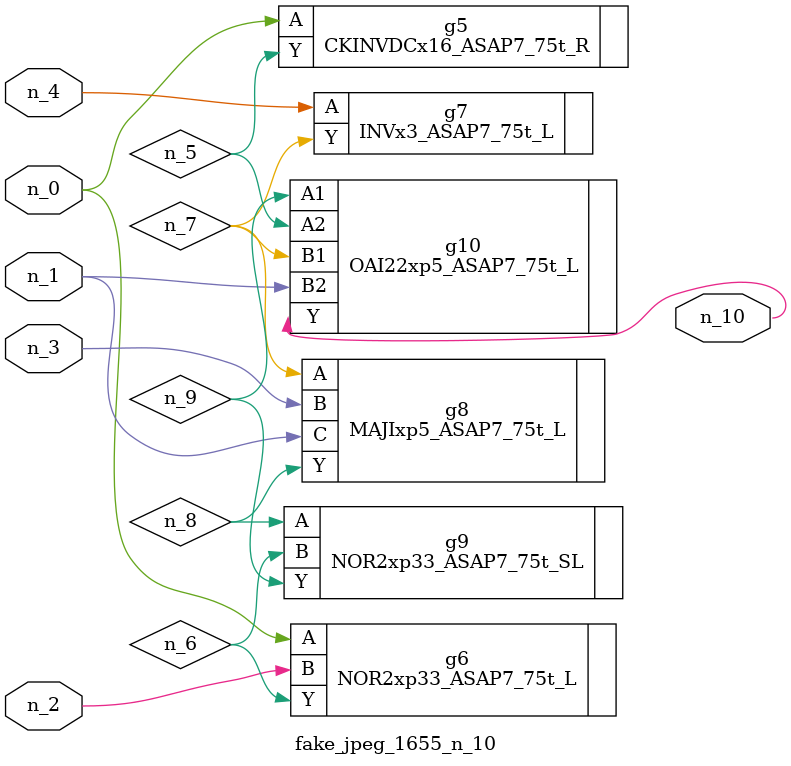
<source format=v>
module fake_jpeg_1655_n_10 (n_3, n_2, n_1, n_0, n_4, n_10);

input n_3;
input n_2;
input n_1;
input n_0;
input n_4;

output n_10;

wire n_8;
wire n_9;
wire n_6;
wire n_5;
wire n_7;

CKINVDCx16_ASAP7_75t_R g5 ( 
.A(n_0),
.Y(n_5)
);

NOR2xp33_ASAP7_75t_L g6 ( 
.A(n_0),
.B(n_2),
.Y(n_6)
);

INVx3_ASAP7_75t_L g7 ( 
.A(n_4),
.Y(n_7)
);

MAJIxp5_ASAP7_75t_L g8 ( 
.A(n_7),
.B(n_3),
.C(n_1),
.Y(n_8)
);

NOR2xp33_ASAP7_75t_SL g9 ( 
.A(n_8),
.B(n_6),
.Y(n_9)
);

OAI22xp5_ASAP7_75t_L g10 ( 
.A1(n_9),
.A2(n_5),
.B1(n_7),
.B2(n_1),
.Y(n_10)
);


endmodule
</source>
